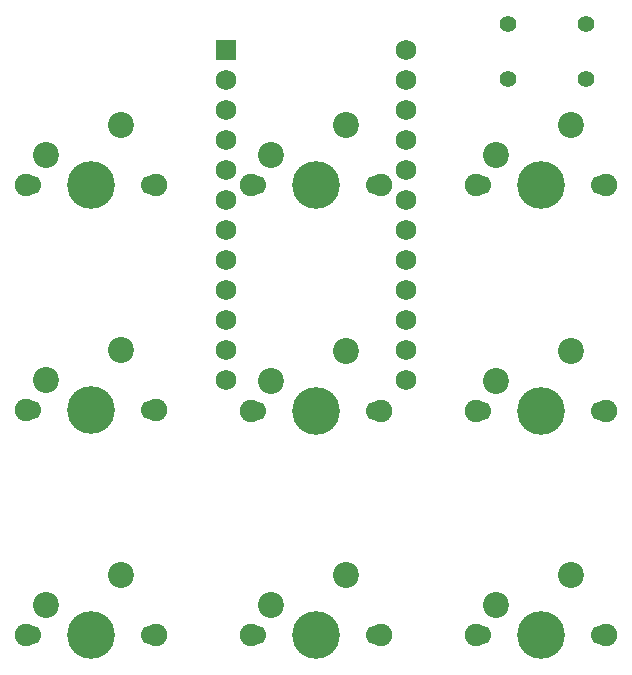
<source format=gbr>
%TF.GenerationSoftware,Altium Limited,Altium Designer,20.1.12 (249)*%
G04 Layer_Color=255*
%FSLAX26Y26*%
%MOIN*%
%TF.SameCoordinates,B967F61E-ED45-4387-9E05-25525081BA1A*%
%TF.FilePolarity,Positive*%
%TF.FileFunction,Pads,Bot*%
%TF.Part,Single*%
G01*
G75*
%TA.AperFunction,ComponentPad*%
%ADD10C,0.159449*%
%ADD11C,0.074803*%
%ADD12C,0.066929*%
%ADD13C,0.086614*%
%ADD14C,0.069016*%
%ADD15R,0.069016X0.069016*%
%ADD16C,0.055118*%
D10*
X399016Y375000D02*
D03*
Y1124213D02*
D03*
X1148465Y1123189D02*
D03*
X1897677D02*
D03*
X1148228Y375000D02*
D03*
X1897441D02*
D03*
X399016Y1873425D02*
D03*
X1148228D02*
D03*
X1897441D02*
D03*
D11*
X615551Y375000D02*
D03*
X182480D02*
D03*
Y1124213D02*
D03*
X615551D02*
D03*
X1365000Y1123189D02*
D03*
X931929D02*
D03*
X1681142D02*
D03*
X2114213D02*
D03*
X1364764Y375000D02*
D03*
X931693D02*
D03*
X1680905D02*
D03*
X2113976D02*
D03*
X615551Y1873425D02*
D03*
X182480D02*
D03*
X931693D02*
D03*
X1364764D02*
D03*
X2113976D02*
D03*
X1680905D02*
D03*
D12*
X599016Y375000D02*
D03*
X199016D02*
D03*
Y1124213D02*
D03*
X599016D02*
D03*
X1348465Y1123189D02*
D03*
X948465D02*
D03*
X1697677D02*
D03*
X2097677D02*
D03*
X1348228Y375000D02*
D03*
X948228D02*
D03*
X1697441D02*
D03*
X2097441D02*
D03*
X599016Y1873425D02*
D03*
X199016D02*
D03*
X948228D02*
D03*
X1348228D02*
D03*
X2097441D02*
D03*
X1697441D02*
D03*
D13*
X499016Y575000D02*
D03*
X249016Y475000D02*
D03*
Y1224213D02*
D03*
X499016Y1324213D02*
D03*
X1248465Y1323189D02*
D03*
X998465Y1223189D02*
D03*
X1747677D02*
D03*
X1997677Y1323189D02*
D03*
X1248228Y575000D02*
D03*
X998228Y475000D02*
D03*
X1747441D02*
D03*
X1997441Y575000D02*
D03*
X499016Y2073425D02*
D03*
X249016Y1973425D02*
D03*
X998228D02*
D03*
X1248228Y2073425D02*
D03*
X1997441D02*
D03*
X1747441Y1973425D02*
D03*
D14*
X1448854Y2124174D02*
D03*
Y1324174D02*
D03*
Y1724174D02*
D03*
Y1224174D02*
D03*
Y1524174D02*
D03*
Y1424174D02*
D03*
Y1924174D02*
D03*
Y1824174D02*
D03*
Y2224174D02*
D03*
Y2024174D02*
D03*
Y2324174D02*
D03*
Y1624174D02*
D03*
X848854Y1324174D02*
D03*
Y1724174D02*
D03*
Y2124174D02*
D03*
Y1224174D02*
D03*
Y1524174D02*
D03*
Y1424174D02*
D03*
Y1924174D02*
D03*
Y1824174D02*
D03*
Y2024174D02*
D03*
Y2224174D02*
D03*
Y1624174D02*
D03*
D15*
Y2324174D02*
D03*
D16*
X1788740Y2229291D02*
D03*
Y2410394D02*
D03*
X2048583Y2229291D02*
D03*
Y2410394D02*
D03*
%TF.MD5,a93add9f2f4dc26d6f14d3800f677f9f*%
M02*

</source>
